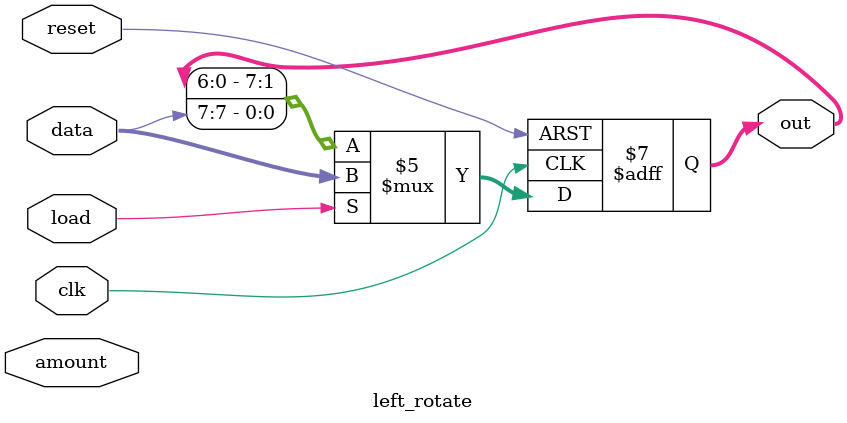
<source format=v>
module left_rotate(clk,reset,amount,data,load,out);
input clk,reset;
input [2:0] amount;
input [7:0] data;
input load;
output reg [7:0] out;
// when load is high, load data to out
// otherwise rotate the out register followed by left shift the out register by amount bits
always @(posedge clk, posedge reset)
begin
	if (reset == 1'b1)
	begin
	out <= 8'b0;
	end
	else if (load == 1'b1)
	begin
	out <= data;
	end
	else
	begin
	out <= {out[6:0], data[7]};
	end
end
endmodule

</source>
